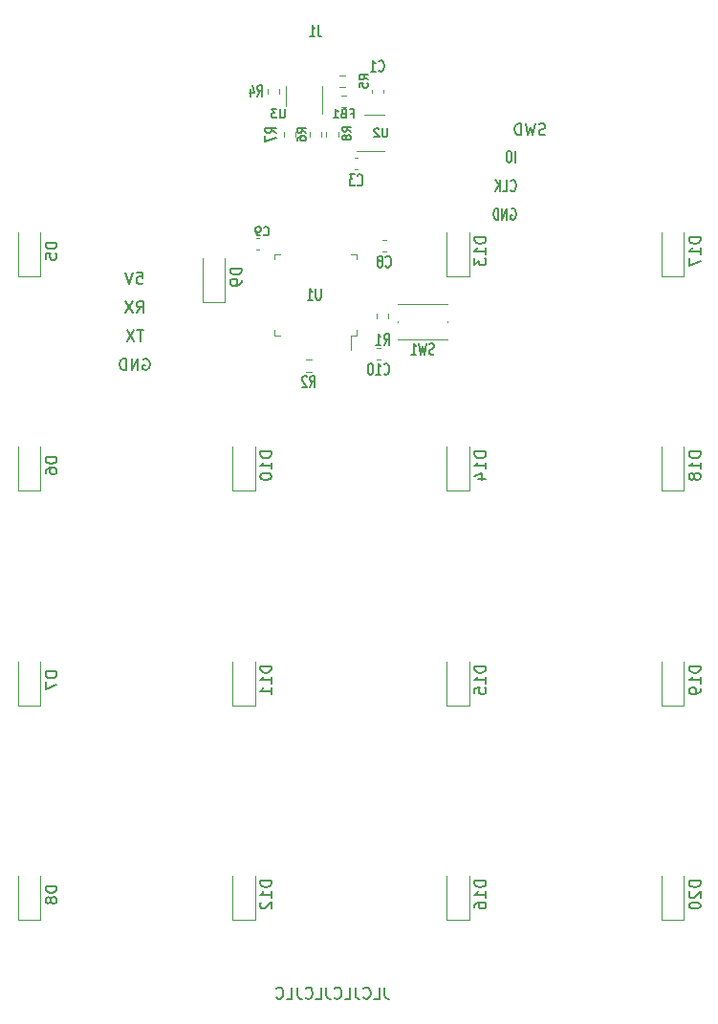
<source format=gbo>
%TF.GenerationSoftware,KiCad,Pcbnew,5.1.9+dfsg1-1+deb11u1*%
%TF.CreationDate,2023-11-03T18:58:21+01:00*%
%TF.ProjectId,pcb,7063622e-6b69-4636-9164-5f7063625858,rev?*%
%TF.SameCoordinates,Original*%
%TF.FileFunction,Legend,Bot*%
%TF.FilePolarity,Positive*%
%FSLAX46Y46*%
G04 Gerber Fmt 4.6, Leading zero omitted, Abs format (unit mm)*
G04 Created by KiCad (PCBNEW 5.1.9+dfsg1-1+deb11u1) date 2023-11-03 18:58:21*
%MOMM*%
%LPD*%
G01*
G04 APERTURE LIST*
%ADD10C,0.150000*%
%ADD11C,0.120000*%
G04 APERTURE END LIST*
D10*
X20357142Y35595238D02*
X20214285Y35547619D01*
X19976190Y35547619D01*
X19880952Y35595238D01*
X19833333Y35642857D01*
X19785714Y35738095D01*
X19785714Y35833333D01*
X19833333Y35928571D01*
X19880952Y35976190D01*
X19976190Y36023809D01*
X20166666Y36071428D01*
X20261904Y36119047D01*
X20309523Y36166666D01*
X20357142Y36261904D01*
X20357142Y36357142D01*
X20309523Y36452380D01*
X20261904Y36500000D01*
X20166666Y36547619D01*
X19928571Y36547619D01*
X19785714Y36500000D01*
X19452380Y36547619D02*
X19214285Y35547619D01*
X19023809Y36261904D01*
X18833333Y35547619D01*
X18595238Y36547619D01*
X18214285Y35547619D02*
X18214285Y36547619D01*
X17976190Y36547619D01*
X17833333Y36500000D01*
X17738095Y36404761D01*
X17690476Y36309523D01*
X17642857Y36119047D01*
X17642857Y35976190D01*
X17690476Y35785714D01*
X17738095Y35690476D01*
X17833333Y35595238D01*
X17976190Y35547619D01*
X18214285Y35547619D01*
X17723928Y33127619D02*
X17723928Y34127619D01*
X17223928Y34127619D02*
X17081071Y34127619D01*
X17009642Y34080000D01*
X16938214Y33984761D01*
X16902500Y33794285D01*
X16902500Y33460952D01*
X16938214Y33270476D01*
X17009642Y33175238D01*
X17081071Y33127619D01*
X17223928Y33127619D01*
X17295357Y33175238D01*
X17366785Y33270476D01*
X17402500Y33460952D01*
X17402500Y33794285D01*
X17366785Y33984761D01*
X17295357Y34080000D01*
X17223928Y34127619D01*
X17295357Y30642857D02*
X17331071Y30595238D01*
X17438214Y30547619D01*
X17509642Y30547619D01*
X17616785Y30595238D01*
X17688214Y30690476D01*
X17723928Y30785714D01*
X17759642Y30976190D01*
X17759642Y31119047D01*
X17723928Y31309523D01*
X17688214Y31404761D01*
X17616785Y31500000D01*
X17509642Y31547619D01*
X17438214Y31547619D01*
X17331071Y31500000D01*
X17295357Y31452380D01*
X16616785Y30547619D02*
X16973928Y30547619D01*
X16973928Y31547619D01*
X16366785Y30547619D02*
X16366785Y31547619D01*
X15938214Y30547619D02*
X16259642Y31119047D01*
X15938214Y31547619D02*
X16366785Y30976190D01*
X17331071Y29000000D02*
X17402500Y29047619D01*
X17509642Y29047619D01*
X17616785Y29000000D01*
X17688214Y28904761D01*
X17723928Y28809523D01*
X17759642Y28619047D01*
X17759642Y28476190D01*
X17723928Y28285714D01*
X17688214Y28190476D01*
X17616785Y28095238D01*
X17509642Y28047619D01*
X17438214Y28047619D01*
X17331071Y28095238D01*
X17295357Y28142857D01*
X17295357Y28476190D01*
X17438214Y28476190D01*
X16973928Y28047619D02*
X16973928Y29047619D01*
X16545357Y28047619D01*
X16545357Y29047619D01*
X16188214Y28047619D02*
X16188214Y29047619D01*
X16009642Y29047619D01*
X15902500Y29000000D01*
X15831071Y28904761D01*
X15795357Y28809523D01*
X15759642Y28619047D01*
X15759642Y28476190D01*
X15795357Y28285714D01*
X15831071Y28190476D01*
X15902500Y28095238D01*
X16009642Y28047619D01*
X16188214Y28047619D01*
X6119047Y-39952380D02*
X6119047Y-40666666D01*
X6166666Y-40809523D01*
X6261904Y-40904761D01*
X6404761Y-40952380D01*
X6499999Y-40952380D01*
X5166666Y-40952380D02*
X5642857Y-40952380D01*
X5642857Y-39952380D01*
X4261904Y-40857142D02*
X4309523Y-40904761D01*
X4452380Y-40952380D01*
X4547619Y-40952380D01*
X4690476Y-40904761D01*
X4785714Y-40809523D01*
X4833333Y-40714285D01*
X4880952Y-40523809D01*
X4880952Y-40380952D01*
X4833333Y-40190476D01*
X4785714Y-40095238D01*
X4690476Y-40000000D01*
X4547619Y-39952380D01*
X4452380Y-39952380D01*
X4309523Y-40000000D01*
X4261904Y-40047619D01*
X3547619Y-39952380D02*
X3547619Y-40666666D01*
X3595238Y-40809523D01*
X3690476Y-40904761D01*
X3833333Y-40952380D01*
X3928571Y-40952380D01*
X2595238Y-40952380D02*
X3071428Y-40952380D01*
X3071428Y-39952380D01*
X1690476Y-40857142D02*
X1738095Y-40904761D01*
X1880952Y-40952380D01*
X1976190Y-40952380D01*
X2119047Y-40904761D01*
X2214285Y-40809523D01*
X2261904Y-40714285D01*
X2309523Y-40523809D01*
X2309523Y-40380952D01*
X2261904Y-40190476D01*
X2214285Y-40095238D01*
X2119047Y-40000000D01*
X1976190Y-39952380D01*
X1880952Y-39952380D01*
X1738095Y-40000000D01*
X1690476Y-40047619D01*
X976190Y-39952380D02*
X976190Y-40666666D01*
X1023809Y-40809523D01*
X1119047Y-40904761D01*
X1261904Y-40952380D01*
X1357142Y-40952380D01*
X23809Y-40952380D02*
X500000Y-40952380D01*
X500000Y-39952380D01*
X-880952Y-40857142D02*
X-833333Y-40904761D01*
X-690476Y-40952380D01*
X-595238Y-40952380D01*
X-452380Y-40904761D01*
X-357142Y-40809523D01*
X-309523Y-40714285D01*
X-261904Y-40523809D01*
X-261904Y-40380952D01*
X-309523Y-40190476D01*
X-357142Y-40095238D01*
X-452380Y-40000000D01*
X-595238Y-39952380D01*
X-690476Y-39952380D01*
X-833333Y-40000000D01*
X-880952Y-40047619D01*
X-1595238Y-39952380D02*
X-1595238Y-40666666D01*
X-1547619Y-40809523D01*
X-1452380Y-40904761D01*
X-1309523Y-40952380D01*
X-1214285Y-40952380D01*
X-2547619Y-40952380D02*
X-2071428Y-40952380D01*
X-2071428Y-39952380D01*
X-3452380Y-40857142D02*
X-3404761Y-40904761D01*
X-3261904Y-40952380D01*
X-3166666Y-40952380D01*
X-3023809Y-40904761D01*
X-2928571Y-40809523D01*
X-2880952Y-40714285D01*
X-2833333Y-40523809D01*
X-2833333Y-40380952D01*
X-2880952Y-40190476D01*
X-2928571Y-40095238D01*
X-3023809Y-40000000D01*
X-3166666Y-39952380D01*
X-3261904Y-39952380D01*
X-3404761Y-40000000D01*
X-3452380Y-40047619D01*
X-15238095Y15690000D02*
X-15142857Y15737619D01*
X-14999999Y15737619D01*
X-14857142Y15690000D01*
X-14761904Y15594761D01*
X-14714285Y15499523D01*
X-14666666Y15309047D01*
X-14666666Y15166190D01*
X-14714285Y14975714D01*
X-14761904Y14880476D01*
X-14857142Y14785238D01*
X-14999999Y14737619D01*
X-15095238Y14737619D01*
X-15238095Y14785238D01*
X-15285714Y14832857D01*
X-15285714Y15166190D01*
X-15095238Y15166190D01*
X-15714285Y14737619D02*
X-15714285Y15737619D01*
X-16285714Y14737619D01*
X-16285714Y15737619D01*
X-16761904Y14737619D02*
X-16761904Y15737619D01*
X-17000000Y15737619D01*
X-17142857Y15690000D01*
X-17238095Y15594761D01*
X-17285714Y15499523D01*
X-17333333Y15309047D01*
X-17333333Y15166190D01*
X-17285714Y14975714D01*
X-17238095Y14880476D01*
X-17142857Y14785238D01*
X-17000000Y14737619D01*
X-16761904Y14737619D01*
X-15238095Y18287619D02*
X-15809523Y18287619D01*
X-15523809Y17287619D02*
X-15523809Y18287619D01*
X-16047619Y18287619D02*
X-16714285Y17287619D01*
X-16714285Y18287619D02*
X-16047619Y17287619D01*
X-15833333Y19817619D02*
X-15500000Y20293809D01*
X-15261904Y19817619D02*
X-15261904Y20817619D01*
X-15642857Y20817619D01*
X-15738095Y20770000D01*
X-15785714Y20722380D01*
X-15833333Y20627142D01*
X-15833333Y20484285D01*
X-15785714Y20389047D01*
X-15738095Y20341428D01*
X-15642857Y20293809D01*
X-15261904Y20293809D01*
X-16166666Y20817619D02*
X-16833333Y19817619D01*
X-16833333Y20817619D02*
X-16166666Y19817619D01*
X-15809523Y23367619D02*
X-15333333Y23367619D01*
X-15285714Y22891428D01*
X-15333333Y22939047D01*
X-15428571Y22986666D01*
X-15666666Y22986666D01*
X-15761904Y22939047D01*
X-15809523Y22891428D01*
X-15857142Y22796190D01*
X-15857142Y22558095D01*
X-15809523Y22462857D01*
X-15761904Y22415238D01*
X-15666666Y22367619D01*
X-15428571Y22367619D01*
X-15333333Y22415238D01*
X-15285714Y22462857D01*
X-16142857Y23367619D02*
X-16476190Y22367619D01*
X-16809523Y23367619D01*
D11*
%TO.C,SW1*%
X11700000Y19050000D02*
X11700000Y18950000D01*
X7300000Y20550000D02*
X11700000Y20550000D01*
X11700000Y17450000D02*
X7300000Y17450000D01*
X7300000Y19050000D02*
X7300000Y18950000D01*
%TO.C,U1*%
X-3610000Y24560000D02*
X-3610000Y25010000D01*
X-3610000Y25010000D02*
X-3160000Y25010000D01*
X-3610000Y18240000D02*
X-3610000Y17790000D01*
X-3610000Y17790000D02*
X-3160000Y17790000D01*
X3610000Y24560000D02*
X3610000Y25010000D01*
X3610000Y25010000D02*
X3160000Y25010000D01*
X3610000Y18240000D02*
X3610000Y17790000D01*
X3610000Y17790000D02*
X3160000Y17790000D01*
X3160000Y17790000D02*
X3160000Y16500000D01*
%TO.C,U2*%
X4300000Y37310000D02*
X6100000Y37310000D01*
X6100000Y34090000D02*
X3650000Y34090000D01*
%TO.C,R5*%
X2637258Y39777500D02*
X2162742Y39777500D01*
X2637258Y40822500D02*
X2162742Y40822500D01*
%TO.C,R4*%
X-3177500Y39162742D02*
X-3177500Y39637258D01*
X-4222500Y39162742D02*
X-4222500Y39637258D01*
%TO.C,R6*%
X-522500Y35837258D02*
X-522500Y35362742D01*
X522500Y35837258D02*
X522500Y35362742D01*
%TO.C,R7*%
X-1777500Y35837258D02*
X-1777500Y35362742D01*
X-2822500Y35837258D02*
X-2822500Y35362742D01*
%TO.C,R8*%
X2022500Y35837258D02*
X2022500Y35362742D01*
X977500Y35837258D02*
X977500Y35362742D01*
%TO.C,U3*%
X-2610000Y38100000D02*
X-2610000Y39900000D01*
X610000Y39900000D02*
X610000Y37450000D01*
%TO.C,C1*%
X4990000Y39259420D02*
X4990000Y39540580D01*
X6010000Y39259420D02*
X6010000Y39540580D01*
%TO.C,C3*%
X3740580Y32490000D02*
X3459420Y32490000D01*
X3740580Y33510000D02*
X3459420Y33510000D01*
%TO.C,FB1*%
X2262742Y37977500D02*
X2737258Y37977500D01*
X2262742Y39022500D02*
X2737258Y39022500D01*
%TO.C,C8*%
X5959420Y25190000D02*
X6240580Y25190000D01*
X5959420Y26210000D02*
X6240580Y26210000D01*
%TO.C,C9*%
X-4959420Y25390000D02*
X-5240580Y25390000D01*
X-4959420Y26410000D02*
X-5240580Y26410000D01*
%TO.C,C10*%
X5459420Y15690000D02*
X5740580Y15690000D01*
X5459420Y16710000D02*
X5740580Y16710000D01*
%TO.C,R1*%
X6472500Y19282742D02*
X6472500Y19757258D01*
X5427500Y19282742D02*
X5427500Y19757258D01*
%TO.C,D5*%
X-24360000Y23030000D02*
X-24360000Y26930000D01*
X-26360000Y23030000D02*
X-26360000Y26930000D01*
X-24360000Y23030000D02*
X-26360000Y23030000D01*
%TO.C,D6*%
X-24360000Y4030000D02*
X-24360000Y7930000D01*
X-26360000Y4030000D02*
X-26360000Y7930000D01*
X-24360000Y4030000D02*
X-26360000Y4030000D01*
%TO.C,D7*%
X-24360000Y-14970000D02*
X-26360000Y-14970000D01*
X-26360000Y-14970000D02*
X-26360000Y-11070000D01*
X-24360000Y-14970000D02*
X-24360000Y-11070000D01*
%TO.C,D8*%
X-24360000Y-33970000D02*
X-26360000Y-33970000D01*
X-26360000Y-33970000D02*
X-26360000Y-30070000D01*
X-24360000Y-33970000D02*
X-24360000Y-30070000D01*
%TO.C,D9*%
X-8000000Y20750000D02*
X-10000000Y20750000D01*
X-10000000Y20750000D02*
X-10000000Y24650000D01*
X-8000000Y20750000D02*
X-8000000Y24650000D01*
%TO.C,D10*%
X-5360000Y4030000D02*
X-7360000Y4030000D01*
X-7360000Y4030000D02*
X-7360000Y7930000D01*
X-5360000Y4030000D02*
X-5360000Y7930000D01*
%TO.C,D11*%
X-5360000Y-14970000D02*
X-7360000Y-14970000D01*
X-7360000Y-14970000D02*
X-7360000Y-11070000D01*
X-5360000Y-14970000D02*
X-5360000Y-11070000D01*
%TO.C,D12*%
X-5360000Y-33970000D02*
X-5360000Y-30070000D01*
X-7360000Y-33970000D02*
X-7360000Y-30070000D01*
X-5360000Y-33970000D02*
X-7360000Y-33970000D01*
%TO.C,D13*%
X13640000Y23030000D02*
X13640000Y26930000D01*
X11640000Y23030000D02*
X11640000Y26930000D01*
X13640000Y23030000D02*
X11640000Y23030000D01*
%TO.C,D14*%
X13640000Y4030000D02*
X13640000Y7930000D01*
X11640000Y4030000D02*
X11640000Y7930000D01*
X13640000Y4030000D02*
X11640000Y4030000D01*
%TO.C,D15*%
X13640000Y-14970000D02*
X11640000Y-14970000D01*
X11640000Y-14970000D02*
X11640000Y-11070000D01*
X13640000Y-14970000D02*
X13640000Y-11070000D01*
%TO.C,D16*%
X13640000Y-33970000D02*
X11640000Y-33970000D01*
X11640000Y-33970000D02*
X11640000Y-30070000D01*
X13640000Y-33970000D02*
X13640000Y-30070000D01*
%TO.C,D17*%
X32640000Y23030000D02*
X32640000Y26930000D01*
X30640000Y23030000D02*
X30640000Y26930000D01*
X32640000Y23030000D02*
X30640000Y23030000D01*
%TO.C,D18*%
X32640000Y4030000D02*
X30640000Y4030000D01*
X30640000Y4030000D02*
X30640000Y7930000D01*
X32640000Y4030000D02*
X32640000Y7930000D01*
%TO.C,D19*%
X32640000Y-14970000D02*
X32640000Y-11070000D01*
X30640000Y-14970000D02*
X30640000Y-11070000D01*
X32640000Y-14970000D02*
X30640000Y-14970000D01*
%TO.C,D20*%
X32640000Y-33970000D02*
X32640000Y-30070000D01*
X30640000Y-33970000D02*
X30640000Y-30070000D01*
X32640000Y-33970000D02*
X30640000Y-33970000D01*
%TO.C,R2*%
X-837258Y14577500D02*
X-362742Y14577500D01*
X-837258Y15622500D02*
X-362742Y15622500D01*
%TO.C,SW1*%
D10*
X10500000Y16145238D02*
X10392857Y16097619D01*
X10214285Y16097619D01*
X10142857Y16145238D01*
X10107142Y16192857D01*
X10071428Y16288095D01*
X10071428Y16383333D01*
X10107142Y16478571D01*
X10142857Y16526190D01*
X10214285Y16573809D01*
X10357142Y16621428D01*
X10428571Y16669047D01*
X10464285Y16716666D01*
X10500000Y16811904D01*
X10500000Y16907142D01*
X10464285Y17002380D01*
X10428571Y17050000D01*
X10357142Y17097619D01*
X10178571Y17097619D01*
X10071428Y17050000D01*
X9821428Y17097619D02*
X9642857Y16097619D01*
X9500000Y16811904D01*
X9357142Y16097619D01*
X9178571Y17097619D01*
X8500000Y16097619D02*
X8928571Y16097619D01*
X8714285Y16097619D02*
X8714285Y17097619D01*
X8785714Y16954761D01*
X8857142Y16859523D01*
X8928571Y16811904D01*
%TO.C,U1*%
X471428Y21947619D02*
X471428Y21138095D01*
X435714Y21042857D01*
X399999Y20995238D01*
X328571Y20947619D01*
X185714Y20947619D01*
X114285Y20995238D01*
X78571Y21042857D01*
X42857Y21138095D01*
X42857Y21947619D01*
X-707142Y20947619D02*
X-278571Y20947619D01*
X-492857Y20947619D02*
X-492857Y21947619D01*
X-421428Y21804761D01*
X-349999Y21709523D01*
X-278571Y21661904D01*
%TO.C,U2*%
X6371428Y36110714D02*
X6371428Y35503571D01*
X6335714Y35432142D01*
X6300000Y35396428D01*
X6228571Y35360714D01*
X6085714Y35360714D01*
X6014285Y35396428D01*
X5978571Y35432142D01*
X5942857Y35503571D01*
X5942857Y36110714D01*
X5621428Y36039285D02*
X5585714Y36075000D01*
X5514285Y36110714D01*
X5335714Y36110714D01*
X5264285Y36075000D01*
X5228571Y36039285D01*
X5192857Y35967857D01*
X5192857Y35896428D01*
X5228571Y35789285D01*
X5657142Y35360714D01*
X5192857Y35360714D01*
%TO.C,J1*%
X250000Y45247620D02*
X250000Y44533334D01*
X285714Y44390477D01*
X357142Y44295239D01*
X464285Y44247620D01*
X535714Y44247620D01*
X-499999Y44247620D02*
X-71428Y44247620D01*
X-285714Y44247620D02*
X-285714Y45247620D01*
X-214285Y45104762D01*
X-142857Y45009524D01*
X-71428Y44961905D01*
%TO.C,R5*%
X4639285Y40425000D02*
X4282142Y40675000D01*
X4639285Y40853571D02*
X3889285Y40853571D01*
X3889285Y40567857D01*
X3925000Y40496428D01*
X3960714Y40460714D01*
X4032142Y40425000D01*
X4139285Y40425000D01*
X4210714Y40460714D01*
X4246428Y40496428D01*
X4282142Y40567857D01*
X4282142Y40853571D01*
X3889285Y39746428D02*
X3889285Y40103571D01*
X4246428Y40139285D01*
X4210714Y40103571D01*
X4175000Y40032142D01*
X4175000Y39853571D01*
X4210714Y39782142D01*
X4246428Y39746428D01*
X4317857Y39710714D01*
X4496428Y39710714D01*
X4567857Y39746428D01*
X4603571Y39782142D01*
X4639285Y39853571D01*
X4639285Y40032142D01*
X4603571Y40103571D01*
X4567857Y40139285D01*
%TO.C,R4*%
X-5125000Y38947619D02*
X-4875000Y39423809D01*
X-4696428Y38947619D02*
X-4696428Y39947619D01*
X-4982142Y39947619D01*
X-5053571Y39900000D01*
X-5089285Y39852380D01*
X-5125000Y39757142D01*
X-5125000Y39614285D01*
X-5089285Y39519047D01*
X-5053571Y39471428D01*
X-4982142Y39423809D01*
X-4696428Y39423809D01*
X-5767857Y39614285D02*
X-5767857Y38947619D01*
X-5589285Y39995238D02*
X-5410714Y39280952D01*
X-5875000Y39280952D01*
%TO.C,R6*%
X-860714Y35725000D02*
X-1217857Y35975000D01*
X-860714Y36153571D02*
X-1610714Y36153571D01*
X-1610714Y35867857D01*
X-1575000Y35796428D01*
X-1539285Y35760714D01*
X-1467857Y35725000D01*
X-1360714Y35725000D01*
X-1289285Y35760714D01*
X-1253571Y35796428D01*
X-1217857Y35867857D01*
X-1217857Y36153571D01*
X-1610714Y35082142D02*
X-1610714Y35225000D01*
X-1575000Y35296428D01*
X-1539285Y35332142D01*
X-1432142Y35403571D01*
X-1289285Y35439285D01*
X-1003571Y35439285D01*
X-932142Y35403571D01*
X-896428Y35367857D01*
X-860714Y35296428D01*
X-860714Y35153571D01*
X-896428Y35082142D01*
X-932142Y35046428D01*
X-1003571Y35010714D01*
X-1182142Y35010714D01*
X-1253571Y35046428D01*
X-1289285Y35082142D01*
X-1325000Y35153571D01*
X-1325000Y35296428D01*
X-1289285Y35367857D01*
X-1253571Y35403571D01*
X-1182142Y35439285D01*
%TO.C,R7*%
X-3447619Y35725000D02*
X-3923809Y35975000D01*
X-3447619Y36153571D02*
X-4447619Y36153571D01*
X-4447619Y35867857D01*
X-4400000Y35796428D01*
X-4352380Y35760714D01*
X-4257142Y35725000D01*
X-4114285Y35725000D01*
X-4019047Y35760714D01*
X-3971428Y35796428D01*
X-3923809Y35867857D01*
X-3923809Y36153571D01*
X-4447619Y35475000D02*
X-4447619Y34975000D01*
X-3447619Y35296428D01*
%TO.C,R8*%
X3139285Y35825000D02*
X2782142Y36075000D01*
X3139285Y36253571D02*
X2389285Y36253571D01*
X2389285Y35967857D01*
X2425000Y35896428D01*
X2460714Y35860714D01*
X2532142Y35825000D01*
X2639285Y35825000D01*
X2710714Y35860714D01*
X2746428Y35896428D01*
X2782142Y35967857D01*
X2782142Y36253571D01*
X2710714Y35396428D02*
X2675000Y35467857D01*
X2639285Y35503571D01*
X2567857Y35539285D01*
X2532142Y35539285D01*
X2460714Y35503571D01*
X2425000Y35467857D01*
X2389285Y35396428D01*
X2389285Y35253571D01*
X2425000Y35182142D01*
X2460714Y35146428D01*
X2532142Y35110714D01*
X2567857Y35110714D01*
X2639285Y35146428D01*
X2675000Y35182142D01*
X2710714Y35253571D01*
X2710714Y35396428D01*
X2746428Y35467857D01*
X2782142Y35503571D01*
X2853571Y35539285D01*
X2996428Y35539285D01*
X3067857Y35503571D01*
X3103571Y35467857D01*
X3139285Y35396428D01*
X3139285Y35253571D01*
X3103571Y35182142D01*
X3067857Y35146428D01*
X2996428Y35110714D01*
X2853571Y35110714D01*
X2782142Y35146428D01*
X2746428Y35182142D01*
X2710714Y35253571D01*
%TO.C,U3*%
X-2728571Y37810714D02*
X-2728571Y37203571D01*
X-2764285Y37132142D01*
X-2800000Y37096428D01*
X-2871428Y37060714D01*
X-3014285Y37060714D01*
X-3085714Y37096428D01*
X-3121428Y37132142D01*
X-3157142Y37203571D01*
X-3157142Y37810714D01*
X-3442857Y37810714D02*
X-3907142Y37810714D01*
X-3657142Y37525000D01*
X-3764285Y37525000D01*
X-3835714Y37489285D01*
X-3871428Y37453571D01*
X-3907142Y37382142D01*
X-3907142Y37203571D01*
X-3871428Y37132142D01*
X-3835714Y37096428D01*
X-3764285Y37060714D01*
X-3550000Y37060714D01*
X-3478571Y37096428D01*
X-3442857Y37132142D01*
%TO.C,C1*%
X5625000Y41242857D02*
X5660714Y41195238D01*
X5767857Y41147619D01*
X5839285Y41147619D01*
X5946428Y41195238D01*
X6017857Y41290476D01*
X6053571Y41385714D01*
X6089285Y41576190D01*
X6089285Y41719047D01*
X6053571Y41909523D01*
X6017857Y42004761D01*
X5946428Y42100000D01*
X5839285Y42147619D01*
X5767857Y42147619D01*
X5660714Y42100000D01*
X5625000Y42052380D01*
X4910714Y41147619D02*
X5339285Y41147619D01*
X5125000Y41147619D02*
X5125000Y42147619D01*
X5196428Y42004761D01*
X5267857Y41909523D01*
X5339285Y41861904D01*
%TO.C,C3*%
X3725000Y31142857D02*
X3760714Y31095238D01*
X3867857Y31047619D01*
X3939285Y31047619D01*
X4046428Y31095238D01*
X4117857Y31190476D01*
X4153571Y31285714D01*
X4189285Y31476190D01*
X4189285Y31619047D01*
X4153571Y31809523D01*
X4117857Y31904761D01*
X4046428Y32000000D01*
X3939285Y32047619D01*
X3867857Y32047619D01*
X3760714Y32000000D01*
X3725000Y31952380D01*
X3475000Y32047619D02*
X3010714Y32047619D01*
X3260714Y31666666D01*
X3153571Y31666666D01*
X3082142Y31619047D01*
X3046428Y31571428D01*
X3010714Y31476190D01*
X3010714Y31238095D01*
X3046428Y31142857D01*
X3082142Y31095238D01*
X3153571Y31047619D01*
X3367857Y31047619D01*
X3439285Y31095238D01*
X3475000Y31142857D01*
%TO.C,FB1*%
X3125000Y37453571D02*
X3375000Y37453571D01*
X3375000Y37060714D02*
X3375000Y37810714D01*
X3017857Y37810714D01*
X2482142Y37453571D02*
X2375000Y37417857D01*
X2339285Y37382142D01*
X2303571Y37310714D01*
X2303571Y37203571D01*
X2339285Y37132142D01*
X2375000Y37096428D01*
X2446428Y37060714D01*
X2732142Y37060714D01*
X2732142Y37810714D01*
X2482142Y37810714D01*
X2410714Y37775000D01*
X2375000Y37739285D01*
X2339285Y37667857D01*
X2339285Y37596428D01*
X2375000Y37525000D01*
X2410714Y37489285D01*
X2482142Y37453571D01*
X2732142Y37453571D01*
X1589285Y37060714D02*
X2017857Y37060714D01*
X1803571Y37060714D02*
X1803571Y37810714D01*
X1875000Y37703571D01*
X1946428Y37632142D01*
X2017857Y37596428D01*
%TO.C,C8*%
X6225000Y23912857D02*
X6260714Y23865238D01*
X6367857Y23817619D01*
X6439285Y23817619D01*
X6546428Y23865238D01*
X6617857Y23960476D01*
X6653571Y24055714D01*
X6689285Y24246190D01*
X6689285Y24389047D01*
X6653571Y24579523D01*
X6617857Y24674761D01*
X6546428Y24770000D01*
X6439285Y24817619D01*
X6367857Y24817619D01*
X6260714Y24770000D01*
X6225000Y24722380D01*
X5796428Y24389047D02*
X5867857Y24436666D01*
X5903571Y24484285D01*
X5939285Y24579523D01*
X5939285Y24627142D01*
X5903571Y24722380D01*
X5867857Y24770000D01*
X5796428Y24817619D01*
X5653571Y24817619D01*
X5582142Y24770000D01*
X5546428Y24722380D01*
X5510714Y24627142D01*
X5510714Y24579523D01*
X5546428Y24484285D01*
X5582142Y24436666D01*
X5653571Y24389047D01*
X5796428Y24389047D01*
X5867857Y24341428D01*
X5903571Y24293809D01*
X5939285Y24198571D01*
X5939285Y24008095D01*
X5903571Y23912857D01*
X5867857Y23865238D01*
X5796428Y23817619D01*
X5653571Y23817619D01*
X5582142Y23865238D01*
X5546428Y23912857D01*
X5510714Y24008095D01*
X5510714Y24198571D01*
X5546428Y24293809D01*
X5582142Y24341428D01*
X5653571Y24389047D01*
%TO.C,C9*%
X-4575000Y26732142D02*
X-4539285Y26696428D01*
X-4432142Y26660714D01*
X-4360714Y26660714D01*
X-4253571Y26696428D01*
X-4182142Y26767857D01*
X-4146428Y26839285D01*
X-4110714Y26982142D01*
X-4110714Y27089285D01*
X-4146428Y27232142D01*
X-4182142Y27303571D01*
X-4253571Y27375000D01*
X-4360714Y27410714D01*
X-4432142Y27410714D01*
X-4539285Y27375000D01*
X-4575000Y27339285D01*
X-4932142Y26660714D02*
X-5075000Y26660714D01*
X-5146428Y26696428D01*
X-5182142Y26732142D01*
X-5253571Y26839285D01*
X-5289285Y26982142D01*
X-5289285Y27267857D01*
X-5253571Y27339285D01*
X-5217857Y27375000D01*
X-5146428Y27410714D01*
X-5003571Y27410714D01*
X-4932142Y27375000D01*
X-4896428Y27339285D01*
X-4860714Y27267857D01*
X-4860714Y27089285D01*
X-4896428Y27017857D01*
X-4932142Y26982142D01*
X-5003571Y26946428D01*
X-5146428Y26946428D01*
X-5217857Y26982142D01*
X-5253571Y27017857D01*
X-5289285Y27089285D01*
%TO.C,C10*%
X6082142Y14412857D02*
X6117857Y14365238D01*
X6225000Y14317619D01*
X6296428Y14317619D01*
X6403571Y14365238D01*
X6475000Y14460476D01*
X6510714Y14555714D01*
X6546428Y14746190D01*
X6546428Y14889047D01*
X6510714Y15079523D01*
X6475000Y15174761D01*
X6403571Y15270000D01*
X6296428Y15317619D01*
X6225000Y15317619D01*
X6117857Y15270000D01*
X6082142Y15222380D01*
X5367857Y14317619D02*
X5796428Y14317619D01*
X5582142Y14317619D02*
X5582142Y15317619D01*
X5653571Y15174761D01*
X5725000Y15079523D01*
X5796428Y15031904D01*
X4903571Y15317619D02*
X4832142Y15317619D01*
X4760714Y15270000D01*
X4725000Y15222380D01*
X4689285Y15127142D01*
X4653571Y14936666D01*
X4653571Y14698571D01*
X4689285Y14508095D01*
X4725000Y14412857D01*
X4760714Y14365238D01*
X4832142Y14317619D01*
X4903571Y14317619D01*
X4975000Y14365238D01*
X5010714Y14412857D01*
X5046428Y14508095D01*
X5082142Y14698571D01*
X5082142Y14936666D01*
X5046428Y15127142D01*
X5010714Y15222380D01*
X4975000Y15270000D01*
X4903571Y15317619D01*
%TO.C,R1*%
X6075000Y16947619D02*
X6325000Y17423809D01*
X6503571Y16947619D02*
X6503571Y17947619D01*
X6217857Y17947619D01*
X6146428Y17900000D01*
X6110714Y17852380D01*
X6075000Y17757142D01*
X6075000Y17614285D01*
X6110714Y17519047D01*
X6146428Y17471428D01*
X6217857Y17423809D01*
X6503571Y17423809D01*
X5360714Y16947619D02*
X5789285Y16947619D01*
X5575000Y16947619D02*
X5575000Y17947619D01*
X5646428Y17804761D01*
X5717857Y17709523D01*
X5789285Y17661904D01*
%TO.C,D5*%
X-22907619Y26018095D02*
X-23907619Y26018095D01*
X-23907619Y25780000D01*
X-23860000Y25637142D01*
X-23764761Y25541904D01*
X-23669523Y25494285D01*
X-23479047Y25446666D01*
X-23336190Y25446666D01*
X-23145714Y25494285D01*
X-23050476Y25541904D01*
X-22955238Y25637142D01*
X-22907619Y25780000D01*
X-22907619Y26018095D01*
X-23907619Y24541904D02*
X-23907619Y25018095D01*
X-23431428Y25065714D01*
X-23479047Y25018095D01*
X-23526666Y24922857D01*
X-23526666Y24684761D01*
X-23479047Y24589523D01*
X-23431428Y24541904D01*
X-23336190Y24494285D01*
X-23098095Y24494285D01*
X-23002857Y24541904D01*
X-22955238Y24589523D01*
X-22907619Y24684761D01*
X-22907619Y24922857D01*
X-22955238Y25018095D01*
X-23002857Y25065714D01*
%TO.C,D6*%
X-22907619Y7018095D02*
X-23907619Y7018095D01*
X-23907619Y6780000D01*
X-23860000Y6637142D01*
X-23764761Y6541904D01*
X-23669523Y6494285D01*
X-23479047Y6446666D01*
X-23336190Y6446666D01*
X-23145714Y6494285D01*
X-23050476Y6541904D01*
X-22955238Y6637142D01*
X-22907619Y6780000D01*
X-22907619Y7018095D01*
X-23907619Y5589523D02*
X-23907619Y5780000D01*
X-23860000Y5875238D01*
X-23812380Y5922857D01*
X-23669523Y6018095D01*
X-23479047Y6065714D01*
X-23098095Y6065714D01*
X-23002857Y6018095D01*
X-22955238Y5970476D01*
X-22907619Y5875238D01*
X-22907619Y5684761D01*
X-22955238Y5589523D01*
X-23002857Y5541904D01*
X-23098095Y5494285D01*
X-23336190Y5494285D01*
X-23431428Y5541904D01*
X-23479047Y5589523D01*
X-23526666Y5684761D01*
X-23526666Y5875238D01*
X-23479047Y5970476D01*
X-23431428Y6018095D01*
X-23336190Y6065714D01*
%TO.C,D7*%
X-22907619Y-11981904D02*
X-23907619Y-11981904D01*
X-23907619Y-12220000D01*
X-23860000Y-12362857D01*
X-23764761Y-12458095D01*
X-23669523Y-12505714D01*
X-23479047Y-12553333D01*
X-23336190Y-12553333D01*
X-23145714Y-12505714D01*
X-23050476Y-12458095D01*
X-22955238Y-12362857D01*
X-22907619Y-12220000D01*
X-22907619Y-11981904D01*
X-23907619Y-12886666D02*
X-23907619Y-13553333D01*
X-22907619Y-13124761D01*
%TO.C,D8*%
X-22907619Y-30981904D02*
X-23907619Y-30981904D01*
X-23907619Y-31220000D01*
X-23860000Y-31362857D01*
X-23764761Y-31458095D01*
X-23669523Y-31505714D01*
X-23479047Y-31553333D01*
X-23336190Y-31553333D01*
X-23145714Y-31505714D01*
X-23050476Y-31458095D01*
X-22955238Y-31362857D01*
X-22907619Y-31220000D01*
X-22907619Y-30981904D01*
X-23479047Y-32124761D02*
X-23526666Y-32029523D01*
X-23574285Y-31981904D01*
X-23669523Y-31934285D01*
X-23717142Y-31934285D01*
X-23812380Y-31981904D01*
X-23860000Y-32029523D01*
X-23907619Y-32124761D01*
X-23907619Y-32315238D01*
X-23860000Y-32410476D01*
X-23812380Y-32458095D01*
X-23717142Y-32505714D01*
X-23669523Y-32505714D01*
X-23574285Y-32458095D01*
X-23526666Y-32410476D01*
X-23479047Y-32315238D01*
X-23479047Y-32124761D01*
X-23431428Y-32029523D01*
X-23383809Y-31981904D01*
X-23288571Y-31934285D01*
X-23098095Y-31934285D01*
X-23002857Y-31981904D01*
X-22955238Y-32029523D01*
X-22907619Y-32124761D01*
X-22907619Y-32315238D01*
X-22955238Y-32410476D01*
X-23002857Y-32458095D01*
X-23098095Y-32505714D01*
X-23288571Y-32505714D01*
X-23383809Y-32458095D01*
X-23431428Y-32410476D01*
X-23479047Y-32315238D01*
%TO.C,D9*%
X-6547619Y23738095D02*
X-7547619Y23738095D01*
X-7547619Y23500000D01*
X-7500000Y23357142D01*
X-7404761Y23261904D01*
X-7309523Y23214285D01*
X-7119047Y23166666D01*
X-6976190Y23166666D01*
X-6785714Y23214285D01*
X-6690476Y23261904D01*
X-6595238Y23357142D01*
X-6547619Y23500000D01*
X-6547619Y23738095D01*
X-6547619Y22690476D02*
X-6547619Y22500000D01*
X-6595238Y22404761D01*
X-6642857Y22357142D01*
X-6785714Y22261904D01*
X-6976190Y22214285D01*
X-7357142Y22214285D01*
X-7452380Y22261904D01*
X-7500000Y22309523D01*
X-7547619Y22404761D01*
X-7547619Y22595238D01*
X-7500000Y22690476D01*
X-7452380Y22738095D01*
X-7357142Y22785714D01*
X-7119047Y22785714D01*
X-7023809Y22738095D01*
X-6976190Y22690476D01*
X-6928571Y22595238D01*
X-6928571Y22404761D01*
X-6976190Y22309523D01*
X-7023809Y22261904D01*
X-7119047Y22214285D01*
%TO.C,D10*%
X-3907619Y7494285D02*
X-4907619Y7494285D01*
X-4907619Y7256190D01*
X-4860000Y7113333D01*
X-4764761Y7018095D01*
X-4669523Y6970476D01*
X-4479047Y6922857D01*
X-4336190Y6922857D01*
X-4145714Y6970476D01*
X-4050476Y7018095D01*
X-3955238Y7113333D01*
X-3907619Y7256190D01*
X-3907619Y7494285D01*
X-3907619Y5970476D02*
X-3907619Y6541904D01*
X-3907619Y6256190D02*
X-4907619Y6256190D01*
X-4764761Y6351428D01*
X-4669523Y6446666D01*
X-4621904Y6541904D01*
X-4907619Y5351428D02*
X-4907619Y5256190D01*
X-4860000Y5160952D01*
X-4812380Y5113333D01*
X-4717142Y5065714D01*
X-4526666Y5018095D01*
X-4288571Y5018095D01*
X-4098095Y5065714D01*
X-4002857Y5113333D01*
X-3955238Y5160952D01*
X-3907619Y5256190D01*
X-3907619Y5351428D01*
X-3955238Y5446666D01*
X-4002857Y5494285D01*
X-4098095Y5541904D01*
X-4288571Y5589523D01*
X-4526666Y5589523D01*
X-4717142Y5541904D01*
X-4812380Y5494285D01*
X-4860000Y5446666D01*
X-4907619Y5351428D01*
%TO.C,D11*%
X-3907619Y-11505714D02*
X-4907619Y-11505714D01*
X-4907619Y-11743809D01*
X-4860000Y-11886666D01*
X-4764761Y-11981904D01*
X-4669523Y-12029523D01*
X-4479047Y-12077142D01*
X-4336190Y-12077142D01*
X-4145714Y-12029523D01*
X-4050476Y-11981904D01*
X-3955238Y-11886666D01*
X-3907619Y-11743809D01*
X-3907619Y-11505714D01*
X-3907619Y-13029523D02*
X-3907619Y-12458095D01*
X-3907619Y-12743809D02*
X-4907619Y-12743809D01*
X-4764761Y-12648571D01*
X-4669523Y-12553333D01*
X-4621904Y-12458095D01*
X-3907619Y-13981904D02*
X-3907619Y-13410476D01*
X-3907619Y-13696190D02*
X-4907619Y-13696190D01*
X-4764761Y-13600952D01*
X-4669523Y-13505714D01*
X-4621904Y-13410476D01*
%TO.C,D12*%
X-3907619Y-30505714D02*
X-4907619Y-30505714D01*
X-4907619Y-30743809D01*
X-4860000Y-30886666D01*
X-4764761Y-30981904D01*
X-4669523Y-31029523D01*
X-4479047Y-31077142D01*
X-4336190Y-31077142D01*
X-4145714Y-31029523D01*
X-4050476Y-30981904D01*
X-3955238Y-30886666D01*
X-3907619Y-30743809D01*
X-3907619Y-30505714D01*
X-3907619Y-32029523D02*
X-3907619Y-31458095D01*
X-3907619Y-31743809D02*
X-4907619Y-31743809D01*
X-4764761Y-31648571D01*
X-4669523Y-31553333D01*
X-4621904Y-31458095D01*
X-4812380Y-32410476D02*
X-4860000Y-32458095D01*
X-4907619Y-32553333D01*
X-4907619Y-32791428D01*
X-4860000Y-32886666D01*
X-4812380Y-32934285D01*
X-4717142Y-32981904D01*
X-4621904Y-32981904D01*
X-4479047Y-32934285D01*
X-3907619Y-32362857D01*
X-3907619Y-32981904D01*
%TO.C,D13*%
X15092380Y26494285D02*
X14092380Y26494285D01*
X14092380Y26256190D01*
X14140000Y26113333D01*
X14235238Y26018095D01*
X14330476Y25970476D01*
X14520952Y25922857D01*
X14663809Y25922857D01*
X14854285Y25970476D01*
X14949523Y26018095D01*
X15044761Y26113333D01*
X15092380Y26256190D01*
X15092380Y26494285D01*
X15092380Y24970476D02*
X15092380Y25541904D01*
X15092380Y25256190D02*
X14092380Y25256190D01*
X14235238Y25351428D01*
X14330476Y25446666D01*
X14378095Y25541904D01*
X14092380Y24637142D02*
X14092380Y24018095D01*
X14473333Y24351428D01*
X14473333Y24208571D01*
X14520952Y24113333D01*
X14568571Y24065714D01*
X14663809Y24018095D01*
X14901904Y24018095D01*
X14997142Y24065714D01*
X15044761Y24113333D01*
X15092380Y24208571D01*
X15092380Y24494285D01*
X15044761Y24589523D01*
X14997142Y24637142D01*
%TO.C,D14*%
X15092380Y7494285D02*
X14092380Y7494285D01*
X14092380Y7256190D01*
X14140000Y7113333D01*
X14235238Y7018095D01*
X14330476Y6970476D01*
X14520952Y6922857D01*
X14663809Y6922857D01*
X14854285Y6970476D01*
X14949523Y7018095D01*
X15044761Y7113333D01*
X15092380Y7256190D01*
X15092380Y7494285D01*
X15092380Y5970476D02*
X15092380Y6541904D01*
X15092380Y6256190D02*
X14092380Y6256190D01*
X14235238Y6351428D01*
X14330476Y6446666D01*
X14378095Y6541904D01*
X14425714Y5113333D02*
X15092380Y5113333D01*
X14044761Y5351428D02*
X14759047Y5589523D01*
X14759047Y4970476D01*
%TO.C,D15*%
X15092380Y-11505714D02*
X14092380Y-11505714D01*
X14092380Y-11743809D01*
X14140000Y-11886666D01*
X14235238Y-11981904D01*
X14330476Y-12029523D01*
X14520952Y-12077142D01*
X14663809Y-12077142D01*
X14854285Y-12029523D01*
X14949523Y-11981904D01*
X15044761Y-11886666D01*
X15092380Y-11743809D01*
X15092380Y-11505714D01*
X15092380Y-13029523D02*
X15092380Y-12458095D01*
X15092380Y-12743809D02*
X14092380Y-12743809D01*
X14235238Y-12648571D01*
X14330476Y-12553333D01*
X14378095Y-12458095D01*
X14092380Y-13934285D02*
X14092380Y-13458095D01*
X14568571Y-13410476D01*
X14520952Y-13458095D01*
X14473333Y-13553333D01*
X14473333Y-13791428D01*
X14520952Y-13886666D01*
X14568571Y-13934285D01*
X14663809Y-13981904D01*
X14901904Y-13981904D01*
X14997142Y-13934285D01*
X15044761Y-13886666D01*
X15092380Y-13791428D01*
X15092380Y-13553333D01*
X15044761Y-13458095D01*
X14997142Y-13410476D01*
%TO.C,D16*%
X15092380Y-30505714D02*
X14092380Y-30505714D01*
X14092380Y-30743809D01*
X14140000Y-30886666D01*
X14235238Y-30981904D01*
X14330476Y-31029523D01*
X14520952Y-31077142D01*
X14663809Y-31077142D01*
X14854285Y-31029523D01*
X14949523Y-30981904D01*
X15044761Y-30886666D01*
X15092380Y-30743809D01*
X15092380Y-30505714D01*
X15092380Y-32029523D02*
X15092380Y-31458095D01*
X15092380Y-31743809D02*
X14092380Y-31743809D01*
X14235238Y-31648571D01*
X14330476Y-31553333D01*
X14378095Y-31458095D01*
X14092380Y-32886666D02*
X14092380Y-32696190D01*
X14140000Y-32600952D01*
X14187619Y-32553333D01*
X14330476Y-32458095D01*
X14520952Y-32410476D01*
X14901904Y-32410476D01*
X14997142Y-32458095D01*
X15044761Y-32505714D01*
X15092380Y-32600952D01*
X15092380Y-32791428D01*
X15044761Y-32886666D01*
X14997142Y-32934285D01*
X14901904Y-32981904D01*
X14663809Y-32981904D01*
X14568571Y-32934285D01*
X14520952Y-32886666D01*
X14473333Y-32791428D01*
X14473333Y-32600952D01*
X14520952Y-32505714D01*
X14568571Y-32458095D01*
X14663809Y-32410476D01*
%TO.C,D17*%
X34092380Y26494285D02*
X33092380Y26494285D01*
X33092380Y26256190D01*
X33140000Y26113333D01*
X33235238Y26018095D01*
X33330476Y25970476D01*
X33520952Y25922857D01*
X33663809Y25922857D01*
X33854285Y25970476D01*
X33949523Y26018095D01*
X34044761Y26113333D01*
X34092380Y26256190D01*
X34092380Y26494285D01*
X34092380Y24970476D02*
X34092380Y25541904D01*
X34092380Y25256190D02*
X33092380Y25256190D01*
X33235238Y25351428D01*
X33330476Y25446666D01*
X33378095Y25541904D01*
X33092380Y24637142D02*
X33092380Y23970476D01*
X34092380Y24399047D01*
%TO.C,D18*%
X34092380Y7494285D02*
X33092380Y7494285D01*
X33092380Y7256190D01*
X33140000Y7113333D01*
X33235238Y7018095D01*
X33330476Y6970476D01*
X33520952Y6922857D01*
X33663809Y6922857D01*
X33854285Y6970476D01*
X33949523Y7018095D01*
X34044761Y7113333D01*
X34092380Y7256190D01*
X34092380Y7494285D01*
X34092380Y5970476D02*
X34092380Y6541904D01*
X34092380Y6256190D02*
X33092380Y6256190D01*
X33235238Y6351428D01*
X33330476Y6446666D01*
X33378095Y6541904D01*
X33520952Y5399047D02*
X33473333Y5494285D01*
X33425714Y5541904D01*
X33330476Y5589523D01*
X33282857Y5589523D01*
X33187619Y5541904D01*
X33140000Y5494285D01*
X33092380Y5399047D01*
X33092380Y5208571D01*
X33140000Y5113333D01*
X33187619Y5065714D01*
X33282857Y5018095D01*
X33330476Y5018095D01*
X33425714Y5065714D01*
X33473333Y5113333D01*
X33520952Y5208571D01*
X33520952Y5399047D01*
X33568571Y5494285D01*
X33616190Y5541904D01*
X33711428Y5589523D01*
X33901904Y5589523D01*
X33997142Y5541904D01*
X34044761Y5494285D01*
X34092380Y5399047D01*
X34092380Y5208571D01*
X34044761Y5113333D01*
X33997142Y5065714D01*
X33901904Y5018095D01*
X33711428Y5018095D01*
X33616190Y5065714D01*
X33568571Y5113333D01*
X33520952Y5208571D01*
%TO.C,D19*%
X34092380Y-11505714D02*
X33092380Y-11505714D01*
X33092380Y-11743809D01*
X33140000Y-11886666D01*
X33235238Y-11981904D01*
X33330476Y-12029523D01*
X33520952Y-12077142D01*
X33663809Y-12077142D01*
X33854285Y-12029523D01*
X33949523Y-11981904D01*
X34044761Y-11886666D01*
X34092380Y-11743809D01*
X34092380Y-11505714D01*
X34092380Y-13029523D02*
X34092380Y-12458095D01*
X34092380Y-12743809D02*
X33092380Y-12743809D01*
X33235238Y-12648571D01*
X33330476Y-12553333D01*
X33378095Y-12458095D01*
X34092380Y-13505714D02*
X34092380Y-13696190D01*
X34044761Y-13791428D01*
X33997142Y-13839047D01*
X33854285Y-13934285D01*
X33663809Y-13981904D01*
X33282857Y-13981904D01*
X33187619Y-13934285D01*
X33140000Y-13886666D01*
X33092380Y-13791428D01*
X33092380Y-13600952D01*
X33140000Y-13505714D01*
X33187619Y-13458095D01*
X33282857Y-13410476D01*
X33520952Y-13410476D01*
X33616190Y-13458095D01*
X33663809Y-13505714D01*
X33711428Y-13600952D01*
X33711428Y-13791428D01*
X33663809Y-13886666D01*
X33616190Y-13934285D01*
X33520952Y-13981904D01*
%TO.C,D20*%
X34092380Y-30505714D02*
X33092380Y-30505714D01*
X33092380Y-30743809D01*
X33140000Y-30886666D01*
X33235238Y-30981904D01*
X33330476Y-31029523D01*
X33520952Y-31077142D01*
X33663809Y-31077142D01*
X33854285Y-31029523D01*
X33949523Y-30981904D01*
X34044761Y-30886666D01*
X34092380Y-30743809D01*
X34092380Y-30505714D01*
X33187619Y-31458095D02*
X33140000Y-31505714D01*
X33092380Y-31600952D01*
X33092380Y-31839047D01*
X33140000Y-31934285D01*
X33187619Y-31981904D01*
X33282857Y-32029523D01*
X33378095Y-32029523D01*
X33520952Y-31981904D01*
X34092380Y-31410476D01*
X34092380Y-32029523D01*
X33092380Y-32648571D02*
X33092380Y-32743809D01*
X33140000Y-32839047D01*
X33187619Y-32886666D01*
X33282857Y-32934285D01*
X33473333Y-32981904D01*
X33711428Y-32981904D01*
X33901904Y-32934285D01*
X33997142Y-32886666D01*
X34044761Y-32839047D01*
X34092380Y-32743809D01*
X34092380Y-32648571D01*
X34044761Y-32553333D01*
X33997142Y-32505714D01*
X33901904Y-32458095D01*
X33711428Y-32410476D01*
X33473333Y-32410476D01*
X33282857Y-32458095D01*
X33187619Y-32505714D01*
X33140000Y-32553333D01*
X33092380Y-32648571D01*
%TO.C,R2*%
X-475000Y13217619D02*
X-225000Y13693809D01*
X-46428Y13217619D02*
X-46428Y14217619D01*
X-332142Y14217619D01*
X-403571Y14170000D01*
X-439285Y14122380D01*
X-475000Y14027142D01*
X-475000Y13884285D01*
X-439285Y13789047D01*
X-403571Y13741428D01*
X-332142Y13693809D01*
X-46428Y13693809D01*
X-760714Y14122380D02*
X-796428Y14170000D01*
X-867857Y14217619D01*
X-1046428Y14217619D01*
X-1117857Y14170000D01*
X-1153571Y14122380D01*
X-1189285Y14027142D01*
X-1189285Y13931904D01*
X-1153571Y13789047D01*
X-725000Y13217619D01*
X-1189285Y13217619D01*
%TD*%
M02*

</source>
